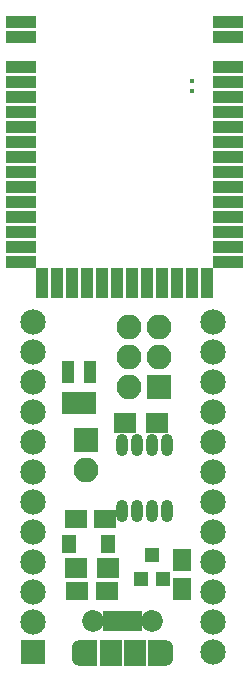
<source format=gbr>
G04 #@! TF.FileFunction,Soldermask,Top*
%FSLAX46Y46*%
G04 Gerber Fmt 4.6, Leading zero omitted, Abs format (unit mm)*
G04 Created by KiCad (PCBNEW 4.0.7) date 09/16/18 04:57:12*
%MOMM*%
%LPD*%
G01*
G04 APERTURE LIST*
%ADD10C,0.100000*%
%ADD11R,2.152600X2.152600*%
%ADD12C,2.152600*%
%ADD13C,0.402000*%
%ADD14R,1.120000X2.600000*%
%ADD15R,2.600000X1.120000*%
%ADD16R,1.900000X2.300000*%
%ADD17C,1.850000*%
%ADD18R,0.800000X1.750000*%
%ADD19O,1.600000X2.300000*%
%ADD20R,1.600000X2.300000*%
%ADD21R,1.050000X1.960000*%
%ADD22R,1.200000X1.300000*%
%ADD23R,1.650000X1.900000*%
%ADD24R,1.900000X1.650000*%
%ADD25R,2.100000X2.100000*%
%ADD26O,2.100000X2.100000*%
%ADD27R,1.900000X1.700000*%
%ADD28O,1.009600X1.873200*%
%ADD29R,1.300000X1.600000*%
G04 APERTURE END LIST*
D10*
D11*
X101600000Y-152146000D03*
D12*
X101600000Y-149606000D03*
X101600000Y-147066000D03*
X101600000Y-144526000D03*
X101600000Y-141986000D03*
X101600000Y-139446000D03*
X101600000Y-136906000D03*
X101600000Y-134366000D03*
X101600000Y-131826000D03*
X101600000Y-129286000D03*
X101600000Y-126746000D03*
X101600000Y-124206000D03*
X116840000Y-124206000D03*
X116840000Y-126746000D03*
X116840000Y-129286000D03*
X116840000Y-131826000D03*
X116840000Y-134366000D03*
X116840000Y-136906000D03*
X116840000Y-139446000D03*
X116840000Y-141986000D03*
X116840000Y-144526000D03*
X116840000Y-147066000D03*
X116840000Y-149606000D03*
X116840000Y-152146000D03*
D13*
X115001040Y-103738260D03*
X115001040Y-104638260D03*
X115001040Y-104638260D03*
X115001040Y-103738260D03*
D14*
X116332000Y-120904000D03*
X115062000Y-120904000D03*
X113792000Y-120904000D03*
X112522000Y-120904000D03*
X111252000Y-120904000D03*
X109982000Y-120904000D03*
X108712000Y-120904000D03*
X107442000Y-120904000D03*
X106172000Y-120904000D03*
X104902000Y-120904000D03*
X103632000Y-120904000D03*
X102362000Y-120904000D03*
D15*
X118110000Y-119126000D03*
X118110000Y-117856000D03*
X118110000Y-116586000D03*
X118110000Y-115316000D03*
X118110000Y-114046000D03*
X118110000Y-112776000D03*
X118110000Y-111506000D03*
X118110000Y-110236000D03*
X118110000Y-108966000D03*
X118110000Y-107696000D03*
X118110000Y-106426000D03*
X118110000Y-105156000D03*
X118110000Y-103886000D03*
X118110000Y-102616000D03*
X118110000Y-100076000D03*
X118110000Y-98806000D03*
X100584000Y-98806000D03*
X100584000Y-100076000D03*
X100584000Y-102616000D03*
X100584000Y-103886000D03*
X100584000Y-105156000D03*
X100584000Y-106426000D03*
X100584000Y-107696000D03*
X100584000Y-108966000D03*
X100584000Y-110236000D03*
X100584000Y-111506000D03*
X100584000Y-112776000D03*
X100584000Y-114046000D03*
X100584000Y-115316000D03*
X100584000Y-116586000D03*
X100584000Y-117856000D03*
X100584000Y-119126000D03*
D16*
X110169200Y-152208980D03*
D17*
X106669200Y-149508980D03*
D18*
X108519200Y-149508980D03*
X107869200Y-149508980D03*
X110469200Y-149508980D03*
X109819200Y-149508980D03*
X109169200Y-149508980D03*
D17*
X111669200Y-149508980D03*
D16*
X108169200Y-152208980D03*
D19*
X105669200Y-152208980D03*
X112669200Y-152208980D03*
D20*
X112069200Y-152208980D03*
X106269200Y-152208980D03*
D21*
X104521000Y-131064000D03*
X105471000Y-131064000D03*
X106421000Y-131064000D03*
X106421000Y-128364000D03*
X104521000Y-128364000D03*
D22*
X110683000Y-145907000D03*
X112583000Y-145907000D03*
X111633000Y-143907000D03*
D23*
X114173000Y-144292000D03*
X114173000Y-146792000D03*
D24*
X107676000Y-140843000D03*
X105176000Y-140843000D03*
D25*
X106072940Y-134167880D03*
D26*
X106072940Y-136707880D03*
D27*
X107903000Y-145034000D03*
X105203000Y-145034000D03*
X112094000Y-132715000D03*
X109394000Y-132715000D03*
D24*
X107803000Y-146939000D03*
X105303000Y-146939000D03*
D25*
X112229900Y-129715260D03*
D26*
X109689900Y-129715260D03*
X112229900Y-127175260D03*
X109689900Y-127175260D03*
X112229900Y-124635260D03*
X109689900Y-124635260D03*
D28*
X112903000Y-134620000D03*
X111633000Y-134620000D03*
X110363000Y-134620000D03*
X109093000Y-134620000D03*
X109093000Y-140208000D03*
X110363000Y-140208000D03*
X111633000Y-140208000D03*
X112903000Y-140208000D03*
D29*
X107949000Y-143002000D03*
X104649000Y-143002000D03*
M02*

</source>
